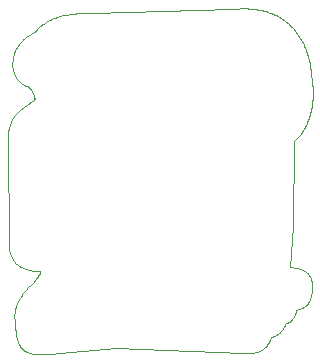
<source format=gbr>
%TF.GenerationSoftware,KiCad,Pcbnew,8.0.0*%
%TF.CreationDate,2024-03-08T01:19:46-06:00*%
%TF.ProjectId,SAO_2024,53414f5f-3230-4323-942e-6b696361645f,rev?*%
%TF.SameCoordinates,Original*%
%TF.FileFunction,Profile,NP*%
%FSLAX46Y46*%
G04 Gerber Fmt 4.6, Leading zero omitted, Abs format (unit mm)*
G04 Created by KiCad (PCBNEW 8.0.0) date 2024-03-08 01:19:46*
%MOMM*%
%LPD*%
G01*
G04 APERTURE LIST*
%TA.AperFunction,Profile*%
%ADD10C,0.050799*%
%TD*%
G04 APERTURE END LIST*
D10*
X154444290Y-128639343D02*
X154308380Y-127461838D01*
X149671110Y-151371200D02*
X149738142Y-151352275D01*
X128803754Y-142815905D02*
X128825289Y-142906853D01*
X153585956Y-125028204D02*
X153513985Y-124896319D01*
X149535475Y-151402116D02*
X149603513Y-151387808D01*
X129623917Y-128407898D02*
X129670450Y-128451555D01*
X130296522Y-124631213D02*
X130217121Y-124688257D01*
X154148354Y-131567565D02*
X154200238Y-131414708D01*
X129901752Y-146466557D02*
X129836514Y-146557291D01*
X129461911Y-150286214D02*
X129463037Y-150290963D01*
X131166153Y-145018744D02*
X131142060Y-145054184D01*
X153654672Y-132581760D02*
X153738800Y-132443989D01*
X131649570Y-123575092D02*
X131598572Y-123613334D01*
X129917980Y-124939255D02*
X129848418Y-125007895D01*
X130253722Y-144337109D02*
X130322228Y-144356609D01*
X154420744Y-146024271D02*
X154424712Y-145917065D01*
X128708369Y-132669689D02*
X128699705Y-132737239D01*
X129826473Y-130769267D02*
X129712938Y-130863025D01*
X130926759Y-129806065D02*
X130936840Y-129864054D01*
X129457605Y-125511682D02*
X129420335Y-125575438D01*
X130654198Y-129178724D02*
X130697656Y-129254856D01*
X128887921Y-132012531D02*
X128850732Y-132107913D01*
X130325524Y-151359432D02*
X130363383Y-151374296D01*
X131382104Y-144619680D02*
X131380451Y-144633644D01*
X129712938Y-130863025D02*
X129606622Y-130957282D01*
X129432474Y-147300179D02*
X129398921Y-147390370D01*
X129833047Y-151018573D02*
X129872963Y-151060755D01*
X129327232Y-149527376D02*
X129342226Y-149664142D01*
X131360208Y-144707684D02*
X131354039Y-144722830D01*
X130569166Y-129047892D02*
X130611037Y-129109087D01*
X150905650Y-150216399D02*
X150926139Y-150158627D01*
X131293837Y-144504375D02*
X131308233Y-144505452D01*
X129793836Y-144145959D02*
X129856853Y-144179165D01*
X152525959Y-148765831D02*
X152571323Y-148732483D01*
X151255407Y-122788810D02*
X151118988Y-122728172D01*
X150403080Y-150986484D02*
X150453751Y-150938477D01*
X131052901Y-144504355D02*
X131108973Y-144507482D01*
X129945199Y-151128513D02*
X129976251Y-151154793D01*
X152479201Y-148797253D02*
X152525959Y-148765831D01*
X152043027Y-149238753D02*
X152073100Y-149181304D01*
X153938080Y-147381378D02*
X153979907Y-147339683D01*
X154360676Y-145249153D02*
X154344414Y-145194168D01*
X153730753Y-144451329D02*
X153678787Y-144423635D01*
X153831272Y-144512396D02*
X153781624Y-144480910D01*
X130938702Y-129889033D02*
X130938280Y-129911012D01*
X129397973Y-128140199D02*
X129449423Y-128211096D01*
X129301971Y-149253311D02*
X129313932Y-149390419D01*
X130715132Y-124378369D02*
X130628935Y-124424744D01*
X128688705Y-132872963D02*
X128685998Y-132941028D01*
X130996967Y-144499471D02*
X131052901Y-144504355D01*
X130885518Y-144485051D02*
X130941172Y-144492985D01*
X151404212Y-149910303D02*
X151443004Y-149886936D01*
X152892699Y-148362947D02*
X152913539Y-148325536D01*
X129260899Y-125908159D02*
X129234603Y-125977172D01*
X149349020Y-151430823D02*
X149408127Y-151423375D01*
X129239522Y-148140660D02*
X129234370Y-148236617D01*
X130920677Y-129959599D02*
X130906033Y-129976611D01*
X154424712Y-145917065D02*
X154426447Y-145809825D01*
X148873650Y-151441811D02*
X148992722Y-151445326D01*
X129725552Y-150882362D02*
X129759402Y-150929262D01*
X130288069Y-151343579D02*
X130325524Y-151359432D01*
X131794156Y-123474673D02*
X131701263Y-123537842D01*
X128684904Y-133009156D02*
X128685238Y-133077293D01*
X152696236Y-144169861D02*
X152593002Y-144159882D01*
X128951298Y-143258301D02*
X128992618Y-143342012D01*
X129313932Y-149390419D02*
X129327232Y-149527376D01*
X129226763Y-127834911D02*
X129264302Y-127914129D01*
X129319171Y-125772465D02*
X129289098Y-125839909D01*
X153384060Y-147693311D02*
X153439595Y-147675068D01*
X131295846Y-144823222D02*
X131285861Y-144835892D01*
X153894352Y-125713216D02*
X153839449Y-125573215D01*
X154392683Y-146344672D02*
X154405005Y-146238176D01*
X129890848Y-128616480D02*
X129950896Y-128654655D01*
X131314760Y-144796267D02*
X131305493Y-144809990D01*
X148992722Y-151445326D02*
X149111713Y-151445366D01*
X129019161Y-131734722D02*
X128972256Y-131825863D01*
X128763550Y-142539063D02*
X128772854Y-142631797D01*
X150651976Y-150705058D02*
X150686554Y-150654485D01*
X130496142Y-145798601D02*
X130415989Y-145876677D01*
X153839449Y-125573215D02*
X153781184Y-125434589D01*
X129499061Y-150413488D02*
X129518011Y-150468371D01*
X151591461Y-149783051D02*
X151641845Y-149742098D01*
X151284355Y-149974239D02*
X151324854Y-149953950D01*
X153601623Y-147609012D02*
X153653719Y-147583024D01*
X130363383Y-151374296D02*
X130401604Y-151388181D01*
X129458252Y-150276887D02*
X129458892Y-150277924D01*
X153001238Y-148130666D02*
X153015709Y-148090389D01*
X153678787Y-144423635D02*
X153625856Y-144397811D01*
X131370544Y-144677514D02*
X131365723Y-144692555D01*
X131377947Y-144647986D02*
X131374632Y-144662633D01*
X129635155Y-150734055D02*
X129663489Y-150784644D01*
X129111013Y-126426546D02*
X129089839Y-126547178D01*
X153964305Y-132015475D02*
X154030333Y-131868110D01*
X154124930Y-147155388D02*
X154155817Y-147105528D01*
X152073100Y-149181304D02*
X152101387Y-149122974D01*
X129260132Y-147949623D02*
X129248134Y-148044964D01*
X153818484Y-132303576D02*
X153893671Y-132160684D01*
X153894626Y-147420718D02*
X153938080Y-147381378D01*
X129379833Y-149971182D02*
X129385866Y-150013665D01*
X131402301Y-123776167D02*
X131355357Y-123819326D01*
X130529578Y-128997087D02*
X130569166Y-129047892D01*
X130063615Y-124809118D02*
X129989753Y-124873008D01*
X150808626Y-150441840D02*
X150835182Y-150386483D01*
X129458892Y-150277924D02*
X129459519Y-150279169D01*
X128786266Y-142724149D02*
X128803754Y-142815905D01*
X154397939Y-145417392D02*
X154387362Y-145360867D01*
X131135311Y-124049672D02*
X131094507Y-124098630D01*
X135534519Y-122669490D02*
X135219734Y-122663903D01*
X129969302Y-146377485D02*
X129901752Y-146466557D01*
X153971588Y-144618465D02*
X153926383Y-144581155D01*
X152951820Y-148249039D02*
X152969327Y-148210028D01*
X154200238Y-131414708D02*
X154247299Y-131260345D01*
X133017519Y-122925465D02*
X132909916Y-122957406D01*
X129442963Y-150301025D02*
X129444709Y-150294675D01*
X129055632Y-126912752D02*
X129054333Y-126973955D01*
X152657425Y-148660120D02*
X152697939Y-148621162D01*
X154211433Y-147002096D02*
X154236244Y-146948761D01*
X151075017Y-150060563D02*
X151117684Y-150045298D01*
X149804486Y-151331016D02*
X149870020Y-151307407D01*
X129248134Y-148044964D02*
X129239522Y-148140660D01*
X129538373Y-150522825D02*
X129560207Y-150576735D01*
X129449656Y-150280949D02*
X129450439Y-150279429D01*
X129340443Y-147573718D02*
X129315670Y-147666686D01*
X154387362Y-145360867D02*
X154374966Y-145304753D01*
X132696975Y-123028463D02*
X132591819Y-123067660D01*
X133125756Y-122895860D02*
X133017519Y-122925465D01*
X152494891Y-123610234D02*
X152382768Y-123511721D01*
X131220240Y-123954635D02*
X131177235Y-124001672D01*
X152840482Y-148447487D02*
X152870682Y-148399750D01*
X130909030Y-129738993D02*
X130926759Y-129806065D01*
X153879568Y-144545805D02*
X153831272Y-144512396D01*
X150615735Y-150754440D02*
X150651976Y-150705058D01*
X151443004Y-149886936D02*
X151481158Y-149862533D01*
X150945160Y-150100449D02*
X150988721Y-150088134D01*
X153738800Y-132443989D02*
X153818484Y-132303576D01*
X153053574Y-147967625D02*
X153064457Y-147926183D01*
X129234757Y-148428932D02*
X129240448Y-148525101D01*
X153376165Y-132977599D02*
X153473300Y-132848727D01*
X129448056Y-150284643D02*
X129448862Y-150282686D01*
X130139445Y-124747547D02*
X130063615Y-124809118D01*
X152331679Y-148879672D02*
X152381949Y-148854202D01*
X129463037Y-150290963D02*
X129464116Y-150296523D01*
X148352427Y-122261165D02*
X148239523Y-122266730D01*
X128850841Y-142996779D02*
X128880379Y-143085471D01*
X129384819Y-125640184D02*
X129351088Y-125705875D01*
X131309340Y-123863459D02*
X131264288Y-123908563D01*
X129537292Y-125387324D02*
X129496601Y-125448962D01*
X131221524Y-144507840D02*
X131278000Y-144504761D01*
X129856853Y-144179165D02*
X129920901Y-144210394D01*
X131305493Y-144809990D02*
X131295846Y-144823222D01*
X129608537Y-150682464D02*
X129635155Y-150734055D01*
X154119749Y-126429427D02*
X154080841Y-126284492D01*
X131054862Y-124148544D02*
X131016414Y-124199411D01*
X147901276Y-122291394D02*
X147676178Y-122312393D01*
X152736614Y-148580391D02*
X152773337Y-148537836D01*
X129444709Y-150294675D02*
X129446407Y-150289217D01*
X131285861Y-144835892D02*
X131275576Y-144847926D01*
X130611037Y-129109087D02*
X130654198Y-129178724D01*
X129315670Y-147666686D02*
X129293976Y-147760389D01*
X154258119Y-144982410D02*
X154230850Y-144932023D01*
X131226797Y-144922946D02*
X131194119Y-144975554D01*
X154405005Y-146238176D02*
X154414267Y-146131342D01*
X129388458Y-143857651D02*
X129441965Y-143904867D01*
X150988721Y-150088134D02*
X151032018Y-150074840D01*
X149998165Y-151253075D02*
X150060531Y-151222318D01*
X129453447Y-150275516D02*
X129454169Y-150275075D01*
X131354039Y-144722830D02*
X131347256Y-144737919D01*
X154488086Y-129298876D02*
X154482342Y-129133573D01*
X128772854Y-142631797D02*
X128786266Y-142724149D01*
X128693213Y-132805016D02*
X128688705Y-132872963D01*
X131332001Y-144767640D02*
X131323609Y-144782126D01*
X150239323Y-151115491D02*
X150295743Y-151074975D01*
X129989753Y-124873008D02*
X129917980Y-124939255D01*
X133652775Y-122782758D02*
X133497989Y-122811338D01*
X152228407Y-148924463D02*
X152280461Y-148903102D01*
X131108973Y-144507482D02*
X131165181Y-144508695D01*
X128880379Y-143085471D02*
X128913875Y-143172716D01*
X154096251Y-144742325D02*
X154056651Y-144699032D01*
X128737977Y-132501411D02*
X128719391Y-132602417D01*
X153214506Y-147737520D02*
X153271400Y-147724479D01*
X154056794Y-147250801D02*
X154091936Y-147203851D01*
X154326103Y-145139900D02*
X154305669Y-145086450D01*
X129196268Y-143653865D02*
X129256624Y-143725016D01*
X154473066Y-128968479D02*
X154444290Y-128639343D01*
X152280461Y-148903102D02*
X152331679Y-148879672D01*
X131450133Y-123733985D02*
X131402301Y-123776167D01*
X129950896Y-128654655D02*
X130071863Y-128726452D01*
X154406774Y-145474229D02*
X154397939Y-145417392D01*
X153572089Y-144373839D02*
X153517614Y-144351700D01*
X129663489Y-150784644D02*
X129693601Y-150834118D01*
X128817023Y-132204564D02*
X128786914Y-132302412D01*
X153719530Y-125297463D02*
X153654463Y-125161960D01*
X128699705Y-132737239D02*
X128693213Y-132805016D01*
X153101272Y-124269306D02*
X153007980Y-124151253D01*
X154201152Y-144882860D02*
X154168945Y-144835022D01*
X153979907Y-147339683D02*
X154019465Y-147296118D01*
X130819883Y-129502749D02*
X130854599Y-129585387D01*
X153157392Y-147748942D02*
X153214506Y-147737520D01*
X148465407Y-122257276D02*
X148352427Y-122261165D01*
X152381949Y-148854202D02*
X152431160Y-148826719D01*
X153462561Y-144331376D02*
X153407059Y-144312851D01*
X152593002Y-144159882D02*
X152799301Y-140714554D01*
X129392764Y-150056010D02*
X129400781Y-150098176D01*
X154308380Y-127461838D02*
X154289439Y-127313001D01*
X129553712Y-143993245D02*
X129611787Y-144034420D01*
X151941990Y-149404781D02*
X151977482Y-149350595D01*
X129385866Y-150013665D02*
X129392764Y-150056010D01*
X151904671Y-149457674D02*
X151941990Y-149404781D01*
X130322228Y-144356609D02*
X130391190Y-144374176D01*
X153517614Y-144351700D02*
X153462561Y-144331376D01*
X149870020Y-151307407D02*
X149934621Y-151281432D01*
X129518011Y-150468371D02*
X129538373Y-150522825D01*
X129459519Y-150279169D02*
X129460134Y-150280621D01*
X131374632Y-144662633D02*
X131370544Y-144677514D01*
X129693601Y-150834118D02*
X129725552Y-150882362D01*
X129162439Y-127671763D02*
X129192796Y-127754063D01*
X129073486Y-126668556D02*
X129062051Y-126790481D01*
X154483185Y-129794986D02*
X154488602Y-129629689D01*
X153271400Y-147724479D02*
X153327957Y-147709762D01*
X151736933Y-149654250D02*
X151781657Y-149607562D01*
X130781492Y-129418816D02*
X130819883Y-129502749D01*
X130478958Y-151413055D02*
X130544646Y-151431441D01*
X150350370Y-151031978D02*
X150403080Y-150986484D01*
X150968392Y-122666010D02*
X150816108Y-122608581D01*
X131308233Y-144505452D02*
X131321226Y-144507920D01*
X151118988Y-122728172D02*
X150968392Y-122666010D01*
X152175629Y-148943726D02*
X152228407Y-148924463D01*
X130440143Y-151401098D02*
X130478958Y-151413055D01*
X150060531Y-151222318D02*
X150121594Y-151189146D01*
X154015053Y-144657751D02*
X153971588Y-144618465D01*
X129579649Y-125326814D02*
X129537292Y-125387324D01*
X130830006Y-144475826D02*
X130885518Y-144485051D01*
X129454880Y-150274848D02*
X129455578Y-150274834D01*
X131379418Y-144569050D02*
X131381563Y-144580779D01*
X129460134Y-150280621D02*
X129460738Y-150282280D01*
X151652574Y-122995326D02*
X151522309Y-122922469D01*
X131332856Y-144511707D02*
X131343164Y-144516739D01*
X129560207Y-150576735D02*
X129583575Y-150629986D01*
X129504255Y-128279465D02*
X129562432Y-128345125D01*
X130074235Y-151227151D02*
X130108363Y-151249142D01*
X152870682Y-148399750D02*
X152892699Y-148362947D01*
X130461227Y-128934433D02*
X130476652Y-128944618D01*
X153064457Y-147926183D02*
X153083813Y-147842741D01*
X154357758Y-146556244D02*
X154377026Y-146450728D01*
X154331948Y-146670629D02*
X154345703Y-146613542D01*
X150577812Y-150802551D02*
X150615735Y-150754440D01*
X135848770Y-122682327D02*
X135534519Y-122669490D01*
X129623641Y-125267476D02*
X129579649Y-125326814D01*
X154268059Y-127164479D02*
X154244102Y-127016354D01*
X131194119Y-144975554D02*
X131166153Y-145018744D01*
X152799301Y-140714554D02*
X152945892Y-133458557D01*
X153781184Y-125434589D02*
X153719530Y-125297463D01*
X131382867Y-144606166D02*
X131382104Y-144619680D01*
X152571323Y-148732483D02*
X152615183Y-148697236D01*
X132384593Y-123153595D02*
X132282704Y-123200415D01*
X131011169Y-145225387D02*
X130987771Y-145258876D01*
X129398921Y-147390370D02*
X129368219Y-147481581D01*
X131120998Y-145083543D02*
X131102125Y-145108489D01*
X150926139Y-150158627D02*
X150945160Y-150100449D01*
X153654463Y-125161960D02*
X153585956Y-125028204D01*
X130071863Y-128726452D02*
X130189169Y-128791338D01*
X129464116Y-150296523D02*
X129465149Y-150302887D01*
X152985789Y-148170558D02*
X153001238Y-148130666D01*
X154019465Y-147296118D02*
X154056794Y-147250801D01*
X153083813Y-147842741D02*
X153100174Y-147758804D01*
X149552397Y-122309644D02*
X149390672Y-122291095D01*
X149228537Y-122276451D02*
X149066121Y-122265629D01*
X154155391Y-126575161D02*
X154119749Y-126429427D01*
X152773337Y-148537836D02*
X152807997Y-148493525D01*
X131985032Y-123356775D02*
X131888776Y-123414331D01*
X130337253Y-145956256D02*
X130260062Y-146037360D01*
X149467117Y-151414139D02*
X149535475Y-151402116D01*
X129468801Y-147211104D02*
X129432474Y-147300179D01*
X129135730Y-127588190D02*
X129162439Y-127671763D01*
X150686554Y-150654485D02*
X150719489Y-150602798D01*
X130544646Y-151431441D02*
X130610747Y-151447669D01*
X129066130Y-127244771D02*
X129077869Y-127331637D01*
X151865516Y-149509171D02*
X151904671Y-149457674D01*
X129920901Y-144210394D02*
X129985897Y-144239653D01*
X149874107Y-122358790D02*
X149713585Y-122332182D01*
X152382768Y-123511721D02*
X152267729Y-123416628D01*
X129451209Y-150278127D02*
X129451967Y-150277041D01*
X151324854Y-149953950D02*
X151364818Y-149932639D01*
X130143152Y-151270086D02*
X130178560Y-151289991D01*
X129232757Y-148332739D02*
X129234757Y-148428932D01*
X131380451Y-144633644D02*
X131377947Y-144647986D01*
X154133726Y-144787649D02*
X154096251Y-144742325D01*
X150538186Y-150849313D02*
X150577812Y-150802551D01*
X154414267Y-146131342D02*
X154420744Y-146024271D01*
X152431160Y-148826719D02*
X152479201Y-148797253D01*
X131366538Y-144538589D02*
X131371944Y-144547883D01*
X131265030Y-144859253D02*
X131226797Y-144922946D01*
X129441965Y-143904867D02*
X129497077Y-143950063D01*
X130493268Y-128958618D02*
X130529578Y-128997087D01*
X131278000Y-144504761D02*
X131293837Y-144504375D01*
X130543854Y-124473180D02*
X130460010Y-124523711D01*
X129601232Y-146937299D02*
X129549469Y-147036682D01*
X153513985Y-124896319D02*
X153438524Y-124766430D01*
X132324650Y-151473974D02*
X133089935Y-151408646D01*
X129289098Y-125839909D02*
X129260899Y-125908159D01*
X131275576Y-144847926D02*
X131265030Y-144859253D01*
X129359324Y-131223126D02*
X129296240Y-131303834D01*
X130217121Y-124688257D02*
X130139445Y-124747547D01*
X152902193Y-144195999D02*
X152799350Y-144181790D01*
X130935448Y-129929746D02*
X130930084Y-129944992D01*
X130118405Y-144292284D02*
X130185754Y-144315669D01*
X129562432Y-128345125D02*
X129623917Y-128407898D01*
X154299174Y-146783698D02*
X154316452Y-146727387D01*
X129400781Y-150098176D02*
X129410172Y-150140121D01*
X129455578Y-150274834D02*
X129456264Y-150275031D01*
X129606622Y-130957282D02*
X129509784Y-131051316D01*
X152709956Y-123817196D02*
X152603990Y-123712086D01*
X154291270Y-131100781D02*
X154330581Y-130940157D01*
X153754345Y-147524748D02*
X153802643Y-147492345D01*
X130377526Y-124576377D02*
X130296522Y-124631213D01*
X151364818Y-149932639D02*
X151404212Y-149910303D01*
X130051759Y-144266948D02*
X130118405Y-144292284D01*
X129055619Y-127096370D02*
X129058228Y-127157532D01*
X128972256Y-131825863D02*
X128928469Y-131918490D01*
X129235552Y-131386462D02*
X129177379Y-131470937D01*
X129583575Y-150629986D02*
X129608537Y-150682464D01*
X131359965Y-144530253D02*
X131366538Y-144538589D01*
X153849442Y-147457687D02*
X153894626Y-147420718D01*
X129069063Y-131645139D02*
X129019161Y-131734722D01*
X150860191Y-150330405D02*
X150883674Y-150273684D01*
X129054325Y-127035169D02*
X129055619Y-127096370D01*
X130391190Y-144374176D02*
X130609405Y-144429118D01*
X131321226Y-144507920D02*
X131332856Y-144511707D01*
X130460010Y-124523711D02*
X130377526Y-124576377D01*
X131102125Y-145108489D02*
X131067585Y-145151810D01*
X130929039Y-145349309D02*
X130892023Y-145409588D01*
X153566154Y-132716726D02*
X153654672Y-132581760D01*
X154039136Y-126140230D02*
X153994170Y-125996847D01*
X130260062Y-146037360D02*
X130184544Y-146120013D01*
X130740419Y-129335536D02*
X130781492Y-129418816D01*
X133963814Y-122735790D02*
X133652775Y-122782758D01*
X130884645Y-129664784D02*
X130909030Y-129738993D01*
X150719489Y-150602798D02*
X150750799Y-150550076D01*
X129549469Y-147036682D02*
X129507824Y-147123240D01*
X153007980Y-124151253D02*
X152912060Y-124036860D01*
X130610747Y-151447669D02*
X130677223Y-151461863D01*
X130960675Y-145299628D02*
X130929039Y-145349309D01*
X154344414Y-145194168D02*
X154326103Y-145139900D01*
X129286771Y-149071246D02*
X129301971Y-149253311D01*
X130723689Y-130123483D02*
X130307650Y-130413605D01*
X130178560Y-151289991D02*
X130214545Y-151308869D01*
X151389884Y-122853603D02*
X151255407Y-122788810D01*
X152152641Y-149004082D02*
X152175629Y-148943726D01*
X153029233Y-148049766D02*
X153041844Y-148008832D01*
X129465149Y-150302887D02*
X129481460Y-150358288D01*
X128686813Y-133145386D02*
X128763550Y-142539063D01*
X129457602Y-150276058D02*
X129458252Y-150276887D01*
X151481158Y-149862533D02*
X151518642Y-149837087D01*
X154316452Y-146727387D02*
X154331948Y-146670629D01*
X129093407Y-127417948D02*
X129112707Y-127503526D01*
X152149881Y-123325037D02*
X152029334Y-123237030D01*
X152799350Y-144181790D02*
X152696236Y-144169861D01*
X130307650Y-130413605D02*
X130066171Y-130586122D01*
X128685998Y-132941028D02*
X128684904Y-133009156D01*
X131016414Y-124199411D02*
X130979202Y-124251228D01*
X154365326Y-130778578D02*
X154395601Y-130616151D01*
X149230516Y-151440882D02*
X149289812Y-151436615D01*
X129077869Y-127331637D02*
X129093407Y-127417948D01*
X154305669Y-145086450D02*
X154283032Y-145033919D01*
X132082833Y-123301964D02*
X131985032Y-123356775D01*
X153100174Y-147758804D02*
X153157392Y-147748942D01*
X154259111Y-146894503D02*
X154280074Y-146839443D01*
X154490204Y-129464283D02*
X154488086Y-129298876D01*
X131031710Y-145197491D02*
X131011169Y-145225387D01*
X154330581Y-130940157D02*
X154365326Y-130778578D01*
X154280074Y-146839443D02*
X154299174Y-146783698D01*
X132282704Y-123200415D02*
X132182087Y-123249858D01*
X131352186Y-144522945D02*
X131359965Y-144530253D01*
X152807997Y-148493525D02*
X152840482Y-148447487D01*
X130930069Y-129944962D02*
X130920677Y-129959599D01*
X150192645Y-122424553D02*
X150033837Y-122389553D01*
X151243355Y-149993514D02*
X151284355Y-149974239D01*
X131149812Y-151514684D02*
X131286020Y-151518541D01*
X154473860Y-129960070D02*
X154483185Y-129794986D01*
X153473300Y-132848727D02*
X153566154Y-132716726D01*
X150506986Y-122507596D02*
X150350404Y-122463873D01*
X153277031Y-124513133D02*
X153190947Y-124389974D01*
X148740955Y-122255123D02*
X148578461Y-122255272D01*
X131286020Y-151518541D02*
X131422189Y-151519226D01*
X148903551Y-122258548D02*
X148740955Y-122255123D01*
X129446407Y-150289217D02*
X129448056Y-150284643D01*
X130987771Y-145258876D02*
X130960675Y-145299628D01*
X133089935Y-151408646D02*
X137795761Y-151005493D01*
X148126696Y-122273762D02*
X147901276Y-122291394D01*
X154091936Y-147203851D02*
X154124930Y-147155388D01*
X154155817Y-147105528D02*
X154184638Y-147054392D01*
X152267729Y-123416628D02*
X152149881Y-123325037D01*
X154168945Y-144835022D02*
X154133726Y-144787649D01*
X129270523Y-148889263D02*
X129286771Y-149071246D01*
X153015709Y-148090389D02*
X153029233Y-148049766D01*
X131264288Y-123908563D02*
X131220240Y-123954635D01*
X129481460Y-150358288D02*
X129499061Y-150413488D01*
X154374966Y-145304753D02*
X154360676Y-145249153D01*
X152969327Y-148210028D02*
X152985789Y-148170558D01*
X154217430Y-126868705D02*
X154187906Y-126721614D01*
X152011158Y-149295218D02*
X152043027Y-149238753D01*
X147676178Y-122312393D02*
X135848770Y-122682327D01*
X150835182Y-150386483D02*
X150860191Y-150330405D01*
X131598572Y-123613334D02*
X131548307Y-123652566D01*
X130415989Y-145876677D02*
X130337253Y-145956256D01*
X130930084Y-129944992D02*
X130930069Y-129944962D01*
X135219734Y-122663903D02*
X134904845Y-122666652D01*
X129449423Y-128211096D02*
X129504255Y-128279465D01*
X154230850Y-144932023D02*
X154201152Y-144882860D01*
X129058228Y-127157532D02*
X129066130Y-127244771D01*
X151780573Y-123072093D02*
X151652574Y-122995326D01*
X134590277Y-122678824D02*
X134276458Y-122701508D01*
X129759402Y-150929262D02*
X129795214Y-150974704D01*
X130719413Y-144454123D02*
X130830006Y-144475826D01*
X130802324Y-124334016D02*
X130715132Y-124378369D01*
X129210241Y-126046901D02*
X129187842Y-126117300D01*
X149738142Y-151352275D02*
X149804486Y-151331016D01*
X129424683Y-131144409D02*
X129359324Y-131223126D01*
X129773715Y-146649709D02*
X129713483Y-146743835D01*
X129611787Y-144034420D02*
X129671221Y-144073593D01*
X151159986Y-150029038D02*
X151201887Y-150011778D01*
X154423592Y-145645588D02*
X154419523Y-145588428D01*
X154289439Y-127313001D02*
X154268059Y-127164479D01*
X129342226Y-149664142D02*
X129359268Y-149800674D01*
X129509784Y-131051316D02*
X129424683Y-131144409D01*
X132182087Y-123249858D02*
X132082833Y-123301964D01*
X129062051Y-126790481D02*
X129055632Y-126912752D01*
X151518642Y-149837087D02*
X151555421Y-149810595D01*
X129167435Y-126188324D02*
X129136911Y-126306861D01*
X130848785Y-145482132D02*
X130660187Y-145646866D01*
X150662264Y-122555804D02*
X150506986Y-122507596D01*
X154236244Y-146948761D02*
X154259111Y-146894503D01*
X153994170Y-125996847D02*
X153945917Y-125854468D01*
X153274802Y-133103180D02*
X153376165Y-132977599D01*
X153926383Y-144581155D02*
X153879568Y-144545805D01*
X150295743Y-151074975D02*
X150350370Y-151031978D01*
X131498815Y-123692784D02*
X131450133Y-123733985D01*
X130862119Y-130017394D02*
X130800585Y-130066591D01*
X129359268Y-149800674D02*
X129379833Y-149971182D01*
X130476652Y-128944618D02*
X130493268Y-128958618D01*
X129669240Y-125209358D02*
X129623641Y-125267476D01*
X152127897Y-149063866D02*
X152152641Y-149004082D01*
X131941667Y-151501517D02*
X132133221Y-151488790D01*
X152603990Y-123712086D02*
X152494891Y-123610234D01*
X148578461Y-122255272D02*
X148465407Y-122257276D01*
X129187842Y-126117300D02*
X129167435Y-126188324D01*
X151977482Y-149350595D02*
X152011158Y-149295218D01*
X130185754Y-144315669D02*
X130253722Y-144337109D01*
X131701263Y-123537842D02*
X131649570Y-123575092D01*
X153802643Y-147492345D02*
X153849442Y-147457687D01*
X149111713Y-151445366D02*
X149230516Y-151440882D01*
X128825289Y-142906853D02*
X128850841Y-142996779D01*
X129351088Y-125705875D02*
X129319171Y-125772465D01*
X131343164Y-144516739D02*
X131352186Y-144522945D01*
X129192796Y-127754063D02*
X129226763Y-127834911D01*
X153004614Y-144212820D02*
X152902193Y-144195999D01*
X149289812Y-151436615D02*
X149349020Y-151430823D01*
X154056651Y-144699032D02*
X154015053Y-144657751D01*
X129454169Y-150275075D02*
X129454880Y-150274848D01*
X131347256Y-144737919D02*
X131339897Y-144752880D01*
X129293976Y-147760389D02*
X129275438Y-147854734D01*
X129234603Y-125977172D02*
X129210241Y-126046901D01*
X131371944Y-144547883D02*
X131376225Y-144558060D01*
X151555421Y-149810595D02*
X151591461Y-149783051D01*
X129234370Y-148236617D02*
X129232757Y-148332739D01*
X130697656Y-129254856D02*
X130740419Y-129335536D01*
X152945892Y-133458557D02*
X153059612Y-133343821D01*
X154080841Y-126284492D02*
X154039136Y-126140230D01*
X149713585Y-122332182D02*
X149552397Y-122309644D01*
X132909916Y-122957406D02*
X132803038Y-122991725D01*
X129177379Y-131470937D02*
X129121843Y-131557187D01*
X130297024Y-128848304D02*
X130461227Y-128934433D01*
X128719391Y-132602417D02*
X128708369Y-132669689D01*
X131558014Y-151517731D02*
X131749945Y-151511411D01*
X131749945Y-151511411D02*
X131941667Y-151501517D01*
X129305375Y-127991535D02*
X129349945Y-128066952D01*
X152933235Y-148287554D02*
X152951820Y-148249039D01*
X153041844Y-148008832D02*
X153053574Y-147967625D01*
X154413943Y-145531275D02*
X154406774Y-145474229D01*
X129054333Y-126973955D02*
X129054325Y-127035169D01*
X130251062Y-151326728D02*
X130288069Y-151343579D01*
X152615183Y-148697236D02*
X152657425Y-148660120D01*
X129781189Y-125078966D02*
X129716415Y-125152504D01*
X130938280Y-129911012D02*
X130935448Y-129929746D01*
X130108363Y-151249142D02*
X130143152Y-151270086D01*
X153893671Y-132160684D02*
X153964305Y-132015475D01*
X150453751Y-150938477D02*
X150496839Y-150894648D01*
X129450439Y-150279429D02*
X129451209Y-150278127D01*
X131142060Y-145054184D02*
X131120998Y-145083543D01*
X150181232Y-151153543D02*
X150239323Y-151115491D01*
X130660187Y-145646866D02*
X130577584Y-145722005D01*
X137795761Y-151005493D02*
X148517044Y-151420929D01*
X129275438Y-147854734D02*
X129260132Y-147949623D01*
X154377026Y-146450728D02*
X154392683Y-146344672D01*
X151522309Y-122922469D02*
X151389884Y-122853603D01*
X128786914Y-132302412D02*
X128760525Y-132401386D01*
X129451967Y-150277041D02*
X129452713Y-150276171D01*
X154345703Y-146613542D02*
X154357758Y-146556244D01*
X150780505Y-150496397D02*
X150808626Y-150441840D01*
X128928469Y-131918490D02*
X128887921Y-132012531D01*
X129848418Y-125007895D02*
X129781189Y-125078966D01*
X131094507Y-124098630D02*
X131054862Y-124148544D01*
X130854599Y-129585387D02*
X130884645Y-129664784D01*
X129139660Y-143579777D02*
X129196268Y-143653865D01*
X129368219Y-147481581D02*
X129340443Y-147573718D01*
X129089839Y-126547178D02*
X129073486Y-126668556D01*
X131177235Y-124001672D02*
X131135311Y-124049672D01*
X130040812Y-151204103D02*
X130074235Y-151227151D01*
X129410172Y-150140121D02*
X129442963Y-150301025D01*
X131381563Y-144580779D02*
X131382699Y-144593175D01*
X129086829Y-143502963D02*
X129139660Y-143579777D01*
X130941172Y-144492985D02*
X130996967Y-144499471D01*
X149408127Y-151423375D02*
X149467117Y-151414139D01*
X153359548Y-124638660D02*
X153277031Y-124513133D01*
X150033837Y-122389553D02*
X149874107Y-122358790D01*
X132133221Y-151488790D02*
X132324650Y-151473974D01*
X129452713Y-150276171D02*
X129453447Y-150275516D01*
X130628935Y-124424744D02*
X130543854Y-124473180D01*
X150496839Y-150894648D02*
X150538186Y-150849313D01*
X129832056Y-128576957D02*
X129890848Y-128616480D01*
X130906033Y-129976611D02*
X130862119Y-130017394D01*
X129872963Y-151060755D02*
X129915024Y-151101135D01*
X151117684Y-150045298D02*
X151159986Y-150029038D01*
X134904845Y-122666652D02*
X134590277Y-122678824D01*
X129655946Y-146839690D02*
X129601232Y-146937299D01*
X130609405Y-144429118D02*
X130719413Y-144454123D01*
X129716415Y-125152504D02*
X129669240Y-125209358D01*
X129507824Y-147123240D02*
X129468801Y-147211104D01*
X154421497Y-130452980D02*
X154443110Y-130289173D01*
X130401604Y-151388181D02*
X130440143Y-151401098D01*
X148239523Y-122266730D02*
X148126696Y-122273762D01*
X129731931Y-144110770D02*
X129793836Y-144145959D01*
X129448862Y-150282686D02*
X129449656Y-150280949D01*
X129775243Y-128536211D02*
X129832056Y-128576957D01*
X131013874Y-151506660D02*
X131149812Y-151514684D01*
X153059612Y-133343821D02*
X153169267Y-133225308D01*
X153190947Y-124389974D02*
X153101272Y-124269306D01*
X154482342Y-129133573D02*
X154473066Y-128968479D01*
X132487661Y-123109357D02*
X132384593Y-123153595D01*
X129264302Y-127914129D02*
X129305375Y-127991535D01*
X131365723Y-144692555D02*
X131360208Y-144707684D01*
X152101387Y-149122974D02*
X152127897Y-149063866D01*
X151641845Y-149742098D02*
X151690332Y-149699130D01*
X154488602Y-129629689D02*
X154490204Y-129464283D01*
X129713483Y-146743835D02*
X129655946Y-146839690D01*
X130800585Y-130066591D02*
X130723689Y-130123483D01*
X129349945Y-128066952D02*
X129397973Y-128140199D01*
X131067585Y-145151810D02*
X131031710Y-145197491D01*
X129721134Y-128494368D02*
X129775243Y-128536211D01*
X131382699Y-144593175D02*
X131382867Y-144606166D01*
X129976251Y-151154793D02*
X130008136Y-151179987D01*
X154030333Y-131868110D02*
X154091701Y-131718753D01*
X153781624Y-144480910D02*
X153730753Y-144451329D01*
X149066121Y-122265629D02*
X148903551Y-122258548D01*
X130890388Y-124291648D02*
X130802324Y-124334016D01*
X131355357Y-123819326D02*
X131309340Y-123863459D01*
X129985897Y-144239653D02*
X130051759Y-144266948D01*
X130214545Y-151308869D02*
X130251062Y-151326728D01*
X129240448Y-148525101D02*
X129254619Y-148707252D01*
X149603513Y-151387808D02*
X149671110Y-151371200D01*
X128913875Y-143172716D02*
X128951298Y-143258301D01*
X128850732Y-132107913D02*
X128817023Y-132204564D01*
X152029334Y-123237030D02*
X151906195Y-123152688D01*
X154395601Y-130616151D02*
X154421497Y-130452980D01*
X129836514Y-146557291D02*
X129773715Y-146649709D01*
X151781657Y-149607562D02*
X151824515Y-149559167D01*
X133497989Y-122811338D02*
X133343765Y-122843498D01*
X129121843Y-131557187D02*
X129069063Y-131645139D01*
X154247299Y-131260345D02*
X154291270Y-131100781D01*
X129420335Y-125575438D02*
X129384819Y-125640184D01*
X129112707Y-127503526D02*
X129135730Y-127588190D01*
X151906195Y-123152688D02*
X151780573Y-123072093D01*
X153494445Y-147654976D02*
X153548492Y-147632977D01*
X130744034Y-151474146D02*
X130811144Y-151484643D01*
X153106462Y-144232585D02*
X153004614Y-144212820D01*
X130184544Y-146120013D02*
X130110826Y-146204236D01*
X151824515Y-149559167D02*
X151865516Y-149509171D01*
X154460533Y-130124834D02*
X154473860Y-129960070D01*
X151201887Y-150011778D02*
X151243355Y-149993514D01*
X129456264Y-150275031D02*
X129456939Y-150275440D01*
X153207587Y-144255624D02*
X153106462Y-144232585D01*
X154283032Y-145033919D02*
X154258119Y-144982410D01*
X150883674Y-150273684D02*
X150905650Y-150216399D01*
X131165181Y-144508695D02*
X131221524Y-144507840D01*
X130892023Y-145409588D02*
X130848785Y-145482132D01*
X153548492Y-147632977D02*
X153601623Y-147609012D01*
X131422189Y-151519226D02*
X131558014Y-151517731D01*
X130677223Y-151461863D02*
X130744034Y-151474146D01*
X128685238Y-133077293D02*
X128686813Y-133145386D01*
X153307836Y-144282269D02*
X153207587Y-144255624D01*
X130979202Y-124251228D02*
X130890388Y-124291648D01*
X152912060Y-124036860D02*
X152812682Y-123925481D01*
X152913539Y-148325536D02*
X152933235Y-148287554D01*
X153625856Y-144397811D02*
X153572089Y-144373839D01*
X133343765Y-122843498D02*
X133125756Y-122895860D01*
X154426447Y-145809825D02*
X154426224Y-145702652D01*
X132591819Y-123067660D02*
X132487661Y-123109357D01*
X154184638Y-147054392D02*
X154211433Y-147002096D01*
X131888776Y-123414331D02*
X131794156Y-123474673D01*
X153653719Y-147583024D02*
X153704665Y-147554955D01*
X128760525Y-132401386D02*
X128737977Y-132501411D01*
X130189169Y-128791338D02*
X130297024Y-128848304D01*
X129670450Y-128451555D02*
X129721134Y-128494368D01*
X151690332Y-149699130D02*
X151736933Y-149654250D01*
X153945917Y-125854468D02*
X153894352Y-125713216D01*
X134276458Y-122701508D02*
X133963814Y-122735790D01*
X154091701Y-131718753D02*
X154148354Y-131567565D01*
X129256624Y-143725016D02*
X129320698Y-143793015D01*
X152697939Y-148621162D02*
X152736614Y-148580391D01*
X132803038Y-122991725D02*
X132696975Y-123028463D01*
X130936840Y-129864054D02*
X130938702Y-129889033D01*
X130811144Y-151484643D02*
X130878512Y-151493479D01*
X150350404Y-122463873D02*
X150192645Y-122424553D01*
X150816108Y-122608581D02*
X150662264Y-122555804D01*
X130066171Y-130586122D02*
X129944970Y-130676726D01*
X129320698Y-143793015D02*
X129388458Y-143857651D01*
X149390672Y-122291095D02*
X149228537Y-122276451D01*
X129496601Y-125448962D02*
X129457605Y-125511682D01*
X129671221Y-144073593D02*
X129731931Y-144110770D01*
X130039036Y-146290052D02*
X129969302Y-146377485D01*
X131376225Y-144558060D02*
X131379418Y-144569050D01*
X131548307Y-123652566D02*
X131498815Y-123692784D01*
X154426224Y-145702652D02*
X154423592Y-145645588D01*
X130878512Y-151493479D02*
X131013874Y-151506660D01*
X153327957Y-147709762D02*
X153384060Y-147693311D01*
X130577584Y-145722005D02*
X130496142Y-145798601D01*
X151032018Y-150074840D02*
X151075017Y-150060563D01*
X153704665Y-147554955D02*
X153754345Y-147524748D01*
X148517044Y-151420929D02*
X148754607Y-151435873D01*
X150121594Y-151189146D02*
X150181232Y-151153543D01*
X130110826Y-146204236D02*
X130039036Y-146290052D01*
X154443110Y-130289173D02*
X154460533Y-130124834D01*
X153169267Y-133225308D02*
X153274802Y-133103180D01*
X129795214Y-150974704D02*
X129833047Y-151018573D01*
X153438524Y-124766430D02*
X153359548Y-124638660D01*
X129296240Y-131303834D02*
X129235552Y-131386462D01*
X129037804Y-143423637D02*
X129086829Y-143502963D01*
X128992618Y-143342012D02*
X129037804Y-143423637D01*
X153407059Y-144312851D02*
X153307836Y-144282269D01*
X131339897Y-144752880D02*
X131332001Y-144767640D01*
X130008136Y-151179987D02*
X130040812Y-151204103D01*
X129460738Y-150282280D02*
X129461911Y-150286214D01*
X131323609Y-144782126D02*
X131314760Y-144796267D01*
X154419523Y-145588428D02*
X154413943Y-145531275D01*
X149934621Y-151281432D02*
X149998165Y-151253075D01*
X148754607Y-151435873D02*
X148873650Y-151441811D01*
X129136911Y-126306861D02*
X129111013Y-126426546D01*
X129254619Y-148707252D02*
X129270523Y-148889263D01*
X150750799Y-150550076D02*
X150780505Y-150496397D01*
X154244102Y-127016354D02*
X154217430Y-126868705D01*
X152812682Y-123925481D02*
X152709956Y-123817196D01*
X153439595Y-147675068D02*
X153494445Y-147654976D01*
X129915024Y-151101135D02*
X129945199Y-151128513D01*
X129944970Y-130676726D02*
X129826473Y-130769267D01*
X154187906Y-126721614D02*
X154155391Y-126575161D01*
X129497077Y-143950063D02*
X129553712Y-143993245D01*
X129456939Y-150275440D02*
X129457602Y-150276058D01*
M02*

</source>
